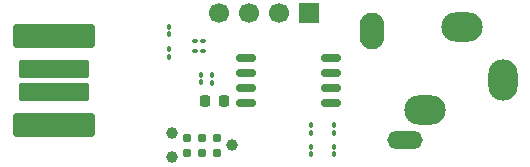
<source format=gbr>
%TF.GenerationSoftware,KiCad,Pcbnew,9.0.6*%
%TF.CreationDate,2025-12-12T23:19:35-08:00*%
%TF.ProjectId,iambic-controller-board,69616d62-6963-42d6-936f-6e74726f6c6c,1.0*%
%TF.SameCoordinates,Original*%
%TF.FileFunction,Soldermask,Top*%
%TF.FilePolarity,Negative*%
%FSLAX46Y46*%
G04 Gerber Fmt 4.6, Leading zero omitted, Abs format (unit mm)*
G04 Created by KiCad (PCBNEW 9.0.6) date 2025-12-12 23:19:35*
%MOMM*%
%LPD*%
G01*
G04 APERTURE LIST*
G04 Aperture macros list*
%AMRoundRect*
0 Rectangle with rounded corners*
0 $1 Rounding radius*
0 $2 $3 $4 $5 $6 $7 $8 $9 X,Y pos of 4 corners*
0 Add a 4 corners polygon primitive as box body*
4,1,4,$2,$3,$4,$5,$6,$7,$8,$9,$2,$3,0*
0 Add four circle primitives for the rounded corners*
1,1,$1+$1,$2,$3*
1,1,$1+$1,$4,$5*
1,1,$1+$1,$6,$7*
1,1,$1+$1,$8,$9*
0 Add four rect primitives between the rounded corners*
20,1,$1+$1,$2,$3,$4,$5,0*
20,1,$1+$1,$4,$5,$6,$7,0*
20,1,$1+$1,$6,$7,$8,$9,0*
20,1,$1+$1,$8,$9,$2,$3,0*%
G04 Aperture macros list end*
%ADD10O,3.000000X1.500000*%
%ADD11O,3.500000X2.500000*%
%ADD12O,2.500000X3.500000*%
%ADD13O,2.100000X3.100000*%
%ADD14RoundRect,0.225000X-0.225000X-0.250000X0.225000X-0.250000X0.225000X0.250000X-0.225000X0.250000X0*%
%ADD15RoundRect,0.162500X0.650000X0.162500X-0.650000X0.162500X-0.650000X-0.162500X0.650000X-0.162500X0*%
%ADD16RoundRect,0.100000X0.100000X-0.130000X0.100000X0.130000X-0.100000X0.130000X-0.100000X-0.130000X0*%
%ADD17RoundRect,0.100000X-0.100000X0.130000X-0.100000X-0.130000X0.100000X-0.130000X0.100000X0.130000X0*%
%ADD18RoundRect,0.100000X-0.130000X-0.100000X0.130000X-0.100000X0.130000X0.100000X-0.130000X0.100000X0*%
%ADD19R,1.700000X1.700000*%
%ADD20C,1.700000*%
%ADD21C,0.787400*%
%ADD22C,0.990600*%
%ADD23RoundRect,0.300000X-3.200000X-0.700000X3.200000X-0.700000X3.200000X0.700000X-3.200000X0.700000X0*%
%ADD24RoundRect,0.225000X-2.775000X-0.525000X2.775000X-0.525000X2.775000X0.525000X-2.775000X0.525000X0*%
G04 APERTURE END LIST*
D10*
%TO.C,J2*%
X165700000Y-105000000D03*
D11*
X167400000Y-102500000D03*
D12*
X174000000Y-100000000D03*
D11*
X170500000Y-95500000D03*
D13*
X162900000Y-95800000D03*
%TD*%
D14*
%TO.C,C5*%
X150350000Y-101750000D03*
X148800000Y-101750000D03*
%TD*%
D15*
%TO.C,U2*%
X152225000Y-101905000D03*
X152225000Y-100635000D03*
X152225000Y-99365000D03*
X152225000Y-98095000D03*
X159400000Y-98095000D03*
X159400000Y-99365000D03*
X159400000Y-100635000D03*
X159400000Y-101905000D03*
%TD*%
D16*
%TO.C,D4*%
X157700000Y-104445000D03*
X157700000Y-103805000D03*
%TD*%
D17*
%TO.C,R4*%
X157700000Y-106245000D03*
X157700000Y-105605000D03*
%TD*%
D18*
%TO.C,R3*%
X147930000Y-96650000D03*
X148570000Y-96650000D03*
%TD*%
D16*
%TO.C,D3*%
X145700000Y-97970000D03*
X145700000Y-97330000D03*
%TD*%
%TO.C,D5*%
X159700000Y-104445000D03*
X159700000Y-103805000D03*
%TD*%
D17*
%TO.C,R5*%
X159700000Y-105605000D03*
X159700000Y-106245000D03*
%TD*%
D18*
%TO.C,R2*%
X147930000Y-97475000D03*
X148570000Y-97475000D03*
%TD*%
D16*
%TO.C,R1*%
X149350000Y-100175000D03*
X149350000Y-99535000D03*
%TD*%
D19*
%TO.C,J1*%
X157600000Y-94325000D03*
D20*
X155060000Y-94325000D03*
X152520000Y-94325000D03*
X149980000Y-94325000D03*
%TD*%
D16*
%TO.C,D2*%
X145700000Y-96070000D03*
X145700000Y-95430000D03*
%TD*%
%TO.C,D1*%
X148400000Y-100165000D03*
X148400000Y-99525000D03*
%TD*%
D21*
%TO.C,J3*%
X147255000Y-106110000D03*
X147255000Y-104840000D03*
X148525000Y-106110000D03*
X148525000Y-104840000D03*
X149795000Y-106110000D03*
X149795000Y-104840000D03*
D22*
X145985000Y-104459000D03*
X145985000Y-106491000D03*
X151065000Y-105475000D03*
%TD*%
D23*
%TO.C,U1*%
X135975000Y-96250000D03*
D24*
X135975000Y-99000000D03*
X135975000Y-101000000D03*
D23*
X135975000Y-103750000D03*
%TD*%
M02*

</source>
